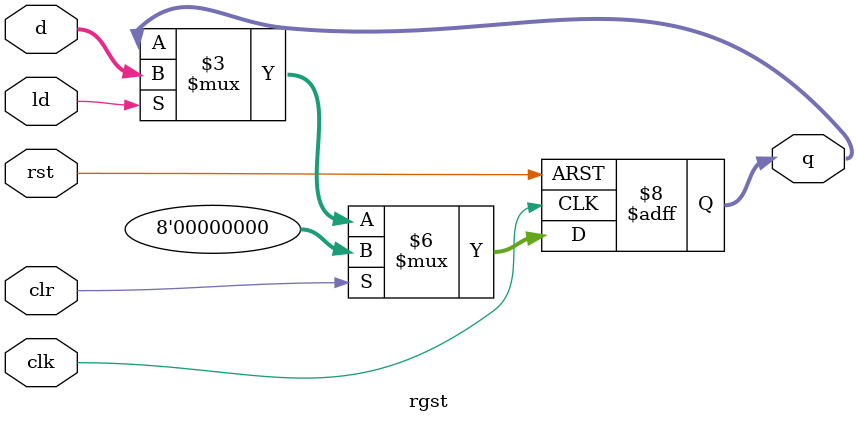
<source format=v>
module not1 (
    input in,
    output out
);
    assign out = ~in;
endmodule

module and3 (
    input in1, in2, in3,
    output out
);
    assign out = in1 & in2 & in3;
endmodule

module or4 (
    input in1, in2, in3, in4,
    output out
);
    assign out = in1 | in2 | in3 | in4;
endmodule

module mux4(
    input a, b, c, d,
    input [1:0] sel,
    output out
);
    wire nsel0, nsel1;
    wire w0, w1, w2, w3;

    not1 u1 (.in(sel[0]), .out(nsel0));
    not1 u2 (.in(sel[1]), .out(nsel1));

    and3 u3 (.in1(a), .in2(nsel1), .in3(nsel0), .out(w0));  // sel == 00
    and3 u4 (.in1(b), .in2(nsel1), .in3(sel[0]), .out(w1)); // sel == 01
    and3 u5 (.in1(c), .in2(sel[1]), .in3(nsel0), .out(w2)); // sel == 10
    and3 u6 (.in1(d), .in2(sel[1]), .in3(sel[0]), .out(w3)); // sel == 11


    or4 u7 (.in1(w0), .in2(w1), .in3(w2), .in4(w3), .out(out));
endmodule

module mux4_tb;
    reg        a, b, c, d;
    reg [1:0]  sel;
    wire       out;
    mux4 dut (
        .a(a),
        .b(b),
        .c(c),
        .d(d),
        .sel(sel),
        .out(out)
    );
    integer k;
    initial begin
        $display(" a  b  c  d | sel | out ");
	$monitor(" %b  %b  %b  %b | %02b  |  %b", a, b, c, d, sel, out);
        for (k = 0; k < 16; k = k + 1) begin
            {d, c, b, a} = $urandom(); 
            sel = $urandom();        
            #10; 
        end
    end
endmodule

module d_ff(
  input clk,rst,d,
  output reg q
);
  always @ (posedge clk or posedge rst)        
    if (rst)      q<=0;
    else          q<=d;
endmodule

module rgst (
    input clk, rst, ld, clr,
    input [7:0] d, 
    output reg [7:0] q
);
    always @ (posedge clk, posedge rst)
        if (rst)                 q <= 0;
        else if (clr)               q <= 0;
        else if (ld)                q <= d;
endmodule
</source>
